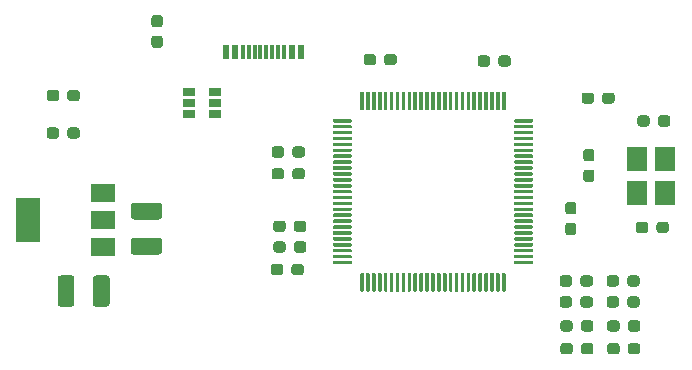
<source format=gbr>
%TF.GenerationSoftware,KiCad,Pcbnew,(5.1.6)-1*%
%TF.CreationDate,2021-03-02T19:52:56+09:00*%
%TF.ProjectId,Keypad4x4,4b657970-6164-4347-9834-2e6b69636164,rev?*%
%TF.SameCoordinates,Original*%
%TF.FileFunction,Paste,Top*%
%TF.FilePolarity,Positive*%
%FSLAX46Y46*%
G04 Gerber Fmt 4.6, Leading zero omitted, Abs format (unit mm)*
G04 Created by KiCad (PCBNEW (5.1.6)-1) date 2021-03-02 19:52:56*
%MOMM*%
%LPD*%
G01*
G04 APERTURE LIST*
%ADD10R,0.300000X1.160000*%
%ADD11R,0.600000X1.160000*%
%ADD12R,2.000000X3.800000*%
%ADD13R,2.000000X1.500000*%
%ADD14R,1.060000X0.650000*%
%ADD15R,1.800000X2.100000*%
G04 APERTURE END LIST*
%TO.C,U2*%
G36*
G01*
X68431000Y3848000D02*
X68431000Y3698000D01*
G75*
G02*
X68356000Y3623000I-75000J0D01*
G01*
X66906000Y3623000D01*
G75*
G02*
X66831000Y3698000I0J75000D01*
G01*
X66831000Y3848000D01*
G75*
G02*
X66906000Y3923000I75000J0D01*
G01*
X68356000Y3923000D01*
G75*
G02*
X68431000Y3848000I0J-75000D01*
G01*
G37*
G36*
G01*
X68431000Y4348000D02*
X68431000Y4198000D01*
G75*
G02*
X68356000Y4123000I-75000J0D01*
G01*
X66906000Y4123000D01*
G75*
G02*
X66831000Y4198000I0J75000D01*
G01*
X66831000Y4348000D01*
G75*
G02*
X66906000Y4423000I75000J0D01*
G01*
X68356000Y4423000D01*
G75*
G02*
X68431000Y4348000I0J-75000D01*
G01*
G37*
G36*
G01*
X68431000Y4848000D02*
X68431000Y4698000D01*
G75*
G02*
X68356000Y4623000I-75000J0D01*
G01*
X66906000Y4623000D01*
G75*
G02*
X66831000Y4698000I0J75000D01*
G01*
X66831000Y4848000D01*
G75*
G02*
X66906000Y4923000I75000J0D01*
G01*
X68356000Y4923000D01*
G75*
G02*
X68431000Y4848000I0J-75000D01*
G01*
G37*
G36*
G01*
X68431000Y5348000D02*
X68431000Y5198000D01*
G75*
G02*
X68356000Y5123000I-75000J0D01*
G01*
X66906000Y5123000D01*
G75*
G02*
X66831000Y5198000I0J75000D01*
G01*
X66831000Y5348000D01*
G75*
G02*
X66906000Y5423000I75000J0D01*
G01*
X68356000Y5423000D01*
G75*
G02*
X68431000Y5348000I0J-75000D01*
G01*
G37*
G36*
G01*
X68431000Y5848000D02*
X68431000Y5698000D01*
G75*
G02*
X68356000Y5623000I-75000J0D01*
G01*
X66906000Y5623000D01*
G75*
G02*
X66831000Y5698000I0J75000D01*
G01*
X66831000Y5848000D01*
G75*
G02*
X66906000Y5923000I75000J0D01*
G01*
X68356000Y5923000D01*
G75*
G02*
X68431000Y5848000I0J-75000D01*
G01*
G37*
G36*
G01*
X68431000Y6348000D02*
X68431000Y6198000D01*
G75*
G02*
X68356000Y6123000I-75000J0D01*
G01*
X66906000Y6123000D01*
G75*
G02*
X66831000Y6198000I0J75000D01*
G01*
X66831000Y6348000D01*
G75*
G02*
X66906000Y6423000I75000J0D01*
G01*
X68356000Y6423000D01*
G75*
G02*
X68431000Y6348000I0J-75000D01*
G01*
G37*
G36*
G01*
X68431000Y6848000D02*
X68431000Y6698000D01*
G75*
G02*
X68356000Y6623000I-75000J0D01*
G01*
X66906000Y6623000D01*
G75*
G02*
X66831000Y6698000I0J75000D01*
G01*
X66831000Y6848000D01*
G75*
G02*
X66906000Y6923000I75000J0D01*
G01*
X68356000Y6923000D01*
G75*
G02*
X68431000Y6848000I0J-75000D01*
G01*
G37*
G36*
G01*
X68431000Y7348000D02*
X68431000Y7198000D01*
G75*
G02*
X68356000Y7123000I-75000J0D01*
G01*
X66906000Y7123000D01*
G75*
G02*
X66831000Y7198000I0J75000D01*
G01*
X66831000Y7348000D01*
G75*
G02*
X66906000Y7423000I75000J0D01*
G01*
X68356000Y7423000D01*
G75*
G02*
X68431000Y7348000I0J-75000D01*
G01*
G37*
G36*
G01*
X68431000Y7848000D02*
X68431000Y7698000D01*
G75*
G02*
X68356000Y7623000I-75000J0D01*
G01*
X66906000Y7623000D01*
G75*
G02*
X66831000Y7698000I0J75000D01*
G01*
X66831000Y7848000D01*
G75*
G02*
X66906000Y7923000I75000J0D01*
G01*
X68356000Y7923000D01*
G75*
G02*
X68431000Y7848000I0J-75000D01*
G01*
G37*
G36*
G01*
X68431000Y8348000D02*
X68431000Y8198000D01*
G75*
G02*
X68356000Y8123000I-75000J0D01*
G01*
X66906000Y8123000D01*
G75*
G02*
X66831000Y8198000I0J75000D01*
G01*
X66831000Y8348000D01*
G75*
G02*
X66906000Y8423000I75000J0D01*
G01*
X68356000Y8423000D01*
G75*
G02*
X68431000Y8348000I0J-75000D01*
G01*
G37*
G36*
G01*
X68431000Y8848000D02*
X68431000Y8698000D01*
G75*
G02*
X68356000Y8623000I-75000J0D01*
G01*
X66906000Y8623000D01*
G75*
G02*
X66831000Y8698000I0J75000D01*
G01*
X66831000Y8848000D01*
G75*
G02*
X66906000Y8923000I75000J0D01*
G01*
X68356000Y8923000D01*
G75*
G02*
X68431000Y8848000I0J-75000D01*
G01*
G37*
G36*
G01*
X68431000Y9348000D02*
X68431000Y9198000D01*
G75*
G02*
X68356000Y9123000I-75000J0D01*
G01*
X66906000Y9123000D01*
G75*
G02*
X66831000Y9198000I0J75000D01*
G01*
X66831000Y9348000D01*
G75*
G02*
X66906000Y9423000I75000J0D01*
G01*
X68356000Y9423000D01*
G75*
G02*
X68431000Y9348000I0J-75000D01*
G01*
G37*
G36*
G01*
X68431000Y9848000D02*
X68431000Y9698000D01*
G75*
G02*
X68356000Y9623000I-75000J0D01*
G01*
X66906000Y9623000D01*
G75*
G02*
X66831000Y9698000I0J75000D01*
G01*
X66831000Y9848000D01*
G75*
G02*
X66906000Y9923000I75000J0D01*
G01*
X68356000Y9923000D01*
G75*
G02*
X68431000Y9848000I0J-75000D01*
G01*
G37*
G36*
G01*
X68431000Y10348000D02*
X68431000Y10198000D01*
G75*
G02*
X68356000Y10123000I-75000J0D01*
G01*
X66906000Y10123000D01*
G75*
G02*
X66831000Y10198000I0J75000D01*
G01*
X66831000Y10348000D01*
G75*
G02*
X66906000Y10423000I75000J0D01*
G01*
X68356000Y10423000D01*
G75*
G02*
X68431000Y10348000I0J-75000D01*
G01*
G37*
G36*
G01*
X68431000Y10848000D02*
X68431000Y10698000D01*
G75*
G02*
X68356000Y10623000I-75000J0D01*
G01*
X66906000Y10623000D01*
G75*
G02*
X66831000Y10698000I0J75000D01*
G01*
X66831000Y10848000D01*
G75*
G02*
X66906000Y10923000I75000J0D01*
G01*
X68356000Y10923000D01*
G75*
G02*
X68431000Y10848000I0J-75000D01*
G01*
G37*
G36*
G01*
X68431000Y11348000D02*
X68431000Y11198000D01*
G75*
G02*
X68356000Y11123000I-75000J0D01*
G01*
X66906000Y11123000D01*
G75*
G02*
X66831000Y11198000I0J75000D01*
G01*
X66831000Y11348000D01*
G75*
G02*
X66906000Y11423000I75000J0D01*
G01*
X68356000Y11423000D01*
G75*
G02*
X68431000Y11348000I0J-75000D01*
G01*
G37*
G36*
G01*
X68431000Y11848000D02*
X68431000Y11698000D01*
G75*
G02*
X68356000Y11623000I-75000J0D01*
G01*
X66906000Y11623000D01*
G75*
G02*
X66831000Y11698000I0J75000D01*
G01*
X66831000Y11848000D01*
G75*
G02*
X66906000Y11923000I75000J0D01*
G01*
X68356000Y11923000D01*
G75*
G02*
X68431000Y11848000I0J-75000D01*
G01*
G37*
G36*
G01*
X68431000Y12348000D02*
X68431000Y12198000D01*
G75*
G02*
X68356000Y12123000I-75000J0D01*
G01*
X66906000Y12123000D01*
G75*
G02*
X66831000Y12198000I0J75000D01*
G01*
X66831000Y12348000D01*
G75*
G02*
X66906000Y12423000I75000J0D01*
G01*
X68356000Y12423000D01*
G75*
G02*
X68431000Y12348000I0J-75000D01*
G01*
G37*
G36*
G01*
X68431000Y12848000D02*
X68431000Y12698000D01*
G75*
G02*
X68356000Y12623000I-75000J0D01*
G01*
X66906000Y12623000D01*
G75*
G02*
X66831000Y12698000I0J75000D01*
G01*
X66831000Y12848000D01*
G75*
G02*
X66906000Y12923000I75000J0D01*
G01*
X68356000Y12923000D01*
G75*
G02*
X68431000Y12848000I0J-75000D01*
G01*
G37*
G36*
G01*
X68431000Y13348000D02*
X68431000Y13198000D01*
G75*
G02*
X68356000Y13123000I-75000J0D01*
G01*
X66906000Y13123000D01*
G75*
G02*
X66831000Y13198000I0J75000D01*
G01*
X66831000Y13348000D01*
G75*
G02*
X66906000Y13423000I75000J0D01*
G01*
X68356000Y13423000D01*
G75*
G02*
X68431000Y13348000I0J-75000D01*
G01*
G37*
G36*
G01*
X68431000Y13848000D02*
X68431000Y13698000D01*
G75*
G02*
X68356000Y13623000I-75000J0D01*
G01*
X66906000Y13623000D01*
G75*
G02*
X66831000Y13698000I0J75000D01*
G01*
X66831000Y13848000D01*
G75*
G02*
X66906000Y13923000I75000J0D01*
G01*
X68356000Y13923000D01*
G75*
G02*
X68431000Y13848000I0J-75000D01*
G01*
G37*
G36*
G01*
X68431000Y14348000D02*
X68431000Y14198000D01*
G75*
G02*
X68356000Y14123000I-75000J0D01*
G01*
X66906000Y14123000D01*
G75*
G02*
X66831000Y14198000I0J75000D01*
G01*
X66831000Y14348000D01*
G75*
G02*
X66906000Y14423000I75000J0D01*
G01*
X68356000Y14423000D01*
G75*
G02*
X68431000Y14348000I0J-75000D01*
G01*
G37*
G36*
G01*
X68431000Y14848000D02*
X68431000Y14698000D01*
G75*
G02*
X68356000Y14623000I-75000J0D01*
G01*
X66906000Y14623000D01*
G75*
G02*
X66831000Y14698000I0J75000D01*
G01*
X66831000Y14848000D01*
G75*
G02*
X66906000Y14923000I75000J0D01*
G01*
X68356000Y14923000D01*
G75*
G02*
X68431000Y14848000I0J-75000D01*
G01*
G37*
G36*
G01*
X68431000Y15348000D02*
X68431000Y15198000D01*
G75*
G02*
X68356000Y15123000I-75000J0D01*
G01*
X66906000Y15123000D01*
G75*
G02*
X66831000Y15198000I0J75000D01*
G01*
X66831000Y15348000D01*
G75*
G02*
X66906000Y15423000I75000J0D01*
G01*
X68356000Y15423000D01*
G75*
G02*
X68431000Y15348000I0J-75000D01*
G01*
G37*
G36*
G01*
X68431000Y15848000D02*
X68431000Y15698000D01*
G75*
G02*
X68356000Y15623000I-75000J0D01*
G01*
X66906000Y15623000D01*
G75*
G02*
X66831000Y15698000I0J75000D01*
G01*
X66831000Y15848000D01*
G75*
G02*
X66906000Y15923000I75000J0D01*
G01*
X68356000Y15923000D01*
G75*
G02*
X68431000Y15848000I0J-75000D01*
G01*
G37*
G36*
G01*
X66106000Y18173000D02*
X66106000Y16723000D01*
G75*
G02*
X66031000Y16648000I-75000J0D01*
G01*
X65881000Y16648000D01*
G75*
G02*
X65806000Y16723000I0J75000D01*
G01*
X65806000Y18173000D01*
G75*
G02*
X65881000Y18248000I75000J0D01*
G01*
X66031000Y18248000D01*
G75*
G02*
X66106000Y18173000I0J-75000D01*
G01*
G37*
G36*
G01*
X65606000Y18173000D02*
X65606000Y16723000D01*
G75*
G02*
X65531000Y16648000I-75000J0D01*
G01*
X65381000Y16648000D01*
G75*
G02*
X65306000Y16723000I0J75000D01*
G01*
X65306000Y18173000D01*
G75*
G02*
X65381000Y18248000I75000J0D01*
G01*
X65531000Y18248000D01*
G75*
G02*
X65606000Y18173000I0J-75000D01*
G01*
G37*
G36*
G01*
X65106000Y18173000D02*
X65106000Y16723000D01*
G75*
G02*
X65031000Y16648000I-75000J0D01*
G01*
X64881000Y16648000D01*
G75*
G02*
X64806000Y16723000I0J75000D01*
G01*
X64806000Y18173000D01*
G75*
G02*
X64881000Y18248000I75000J0D01*
G01*
X65031000Y18248000D01*
G75*
G02*
X65106000Y18173000I0J-75000D01*
G01*
G37*
G36*
G01*
X64606000Y18173000D02*
X64606000Y16723000D01*
G75*
G02*
X64531000Y16648000I-75000J0D01*
G01*
X64381000Y16648000D01*
G75*
G02*
X64306000Y16723000I0J75000D01*
G01*
X64306000Y18173000D01*
G75*
G02*
X64381000Y18248000I75000J0D01*
G01*
X64531000Y18248000D01*
G75*
G02*
X64606000Y18173000I0J-75000D01*
G01*
G37*
G36*
G01*
X64106000Y18173000D02*
X64106000Y16723000D01*
G75*
G02*
X64031000Y16648000I-75000J0D01*
G01*
X63881000Y16648000D01*
G75*
G02*
X63806000Y16723000I0J75000D01*
G01*
X63806000Y18173000D01*
G75*
G02*
X63881000Y18248000I75000J0D01*
G01*
X64031000Y18248000D01*
G75*
G02*
X64106000Y18173000I0J-75000D01*
G01*
G37*
G36*
G01*
X63606000Y18173000D02*
X63606000Y16723000D01*
G75*
G02*
X63531000Y16648000I-75000J0D01*
G01*
X63381000Y16648000D01*
G75*
G02*
X63306000Y16723000I0J75000D01*
G01*
X63306000Y18173000D01*
G75*
G02*
X63381000Y18248000I75000J0D01*
G01*
X63531000Y18248000D01*
G75*
G02*
X63606000Y18173000I0J-75000D01*
G01*
G37*
G36*
G01*
X63106000Y18173000D02*
X63106000Y16723000D01*
G75*
G02*
X63031000Y16648000I-75000J0D01*
G01*
X62881000Y16648000D01*
G75*
G02*
X62806000Y16723000I0J75000D01*
G01*
X62806000Y18173000D01*
G75*
G02*
X62881000Y18248000I75000J0D01*
G01*
X63031000Y18248000D01*
G75*
G02*
X63106000Y18173000I0J-75000D01*
G01*
G37*
G36*
G01*
X62606000Y18173000D02*
X62606000Y16723000D01*
G75*
G02*
X62531000Y16648000I-75000J0D01*
G01*
X62381000Y16648000D01*
G75*
G02*
X62306000Y16723000I0J75000D01*
G01*
X62306000Y18173000D01*
G75*
G02*
X62381000Y18248000I75000J0D01*
G01*
X62531000Y18248000D01*
G75*
G02*
X62606000Y18173000I0J-75000D01*
G01*
G37*
G36*
G01*
X62106000Y18173000D02*
X62106000Y16723000D01*
G75*
G02*
X62031000Y16648000I-75000J0D01*
G01*
X61881000Y16648000D01*
G75*
G02*
X61806000Y16723000I0J75000D01*
G01*
X61806000Y18173000D01*
G75*
G02*
X61881000Y18248000I75000J0D01*
G01*
X62031000Y18248000D01*
G75*
G02*
X62106000Y18173000I0J-75000D01*
G01*
G37*
G36*
G01*
X61606000Y18173000D02*
X61606000Y16723000D01*
G75*
G02*
X61531000Y16648000I-75000J0D01*
G01*
X61381000Y16648000D01*
G75*
G02*
X61306000Y16723000I0J75000D01*
G01*
X61306000Y18173000D01*
G75*
G02*
X61381000Y18248000I75000J0D01*
G01*
X61531000Y18248000D01*
G75*
G02*
X61606000Y18173000I0J-75000D01*
G01*
G37*
G36*
G01*
X61106000Y18173000D02*
X61106000Y16723000D01*
G75*
G02*
X61031000Y16648000I-75000J0D01*
G01*
X60881000Y16648000D01*
G75*
G02*
X60806000Y16723000I0J75000D01*
G01*
X60806000Y18173000D01*
G75*
G02*
X60881000Y18248000I75000J0D01*
G01*
X61031000Y18248000D01*
G75*
G02*
X61106000Y18173000I0J-75000D01*
G01*
G37*
G36*
G01*
X60606000Y18173000D02*
X60606000Y16723000D01*
G75*
G02*
X60531000Y16648000I-75000J0D01*
G01*
X60381000Y16648000D01*
G75*
G02*
X60306000Y16723000I0J75000D01*
G01*
X60306000Y18173000D01*
G75*
G02*
X60381000Y18248000I75000J0D01*
G01*
X60531000Y18248000D01*
G75*
G02*
X60606000Y18173000I0J-75000D01*
G01*
G37*
G36*
G01*
X60106000Y18173000D02*
X60106000Y16723000D01*
G75*
G02*
X60031000Y16648000I-75000J0D01*
G01*
X59881000Y16648000D01*
G75*
G02*
X59806000Y16723000I0J75000D01*
G01*
X59806000Y18173000D01*
G75*
G02*
X59881000Y18248000I75000J0D01*
G01*
X60031000Y18248000D01*
G75*
G02*
X60106000Y18173000I0J-75000D01*
G01*
G37*
G36*
G01*
X59606000Y18173000D02*
X59606000Y16723000D01*
G75*
G02*
X59531000Y16648000I-75000J0D01*
G01*
X59381000Y16648000D01*
G75*
G02*
X59306000Y16723000I0J75000D01*
G01*
X59306000Y18173000D01*
G75*
G02*
X59381000Y18248000I75000J0D01*
G01*
X59531000Y18248000D01*
G75*
G02*
X59606000Y18173000I0J-75000D01*
G01*
G37*
G36*
G01*
X59106000Y18173000D02*
X59106000Y16723000D01*
G75*
G02*
X59031000Y16648000I-75000J0D01*
G01*
X58881000Y16648000D01*
G75*
G02*
X58806000Y16723000I0J75000D01*
G01*
X58806000Y18173000D01*
G75*
G02*
X58881000Y18248000I75000J0D01*
G01*
X59031000Y18248000D01*
G75*
G02*
X59106000Y18173000I0J-75000D01*
G01*
G37*
G36*
G01*
X58606000Y18173000D02*
X58606000Y16723000D01*
G75*
G02*
X58531000Y16648000I-75000J0D01*
G01*
X58381000Y16648000D01*
G75*
G02*
X58306000Y16723000I0J75000D01*
G01*
X58306000Y18173000D01*
G75*
G02*
X58381000Y18248000I75000J0D01*
G01*
X58531000Y18248000D01*
G75*
G02*
X58606000Y18173000I0J-75000D01*
G01*
G37*
G36*
G01*
X58106000Y18173000D02*
X58106000Y16723000D01*
G75*
G02*
X58031000Y16648000I-75000J0D01*
G01*
X57881000Y16648000D01*
G75*
G02*
X57806000Y16723000I0J75000D01*
G01*
X57806000Y18173000D01*
G75*
G02*
X57881000Y18248000I75000J0D01*
G01*
X58031000Y18248000D01*
G75*
G02*
X58106000Y18173000I0J-75000D01*
G01*
G37*
G36*
G01*
X57606000Y18173000D02*
X57606000Y16723000D01*
G75*
G02*
X57531000Y16648000I-75000J0D01*
G01*
X57381000Y16648000D01*
G75*
G02*
X57306000Y16723000I0J75000D01*
G01*
X57306000Y18173000D01*
G75*
G02*
X57381000Y18248000I75000J0D01*
G01*
X57531000Y18248000D01*
G75*
G02*
X57606000Y18173000I0J-75000D01*
G01*
G37*
G36*
G01*
X57106000Y18173000D02*
X57106000Y16723000D01*
G75*
G02*
X57031000Y16648000I-75000J0D01*
G01*
X56881000Y16648000D01*
G75*
G02*
X56806000Y16723000I0J75000D01*
G01*
X56806000Y18173000D01*
G75*
G02*
X56881000Y18248000I75000J0D01*
G01*
X57031000Y18248000D01*
G75*
G02*
X57106000Y18173000I0J-75000D01*
G01*
G37*
G36*
G01*
X56606000Y18173000D02*
X56606000Y16723000D01*
G75*
G02*
X56531000Y16648000I-75000J0D01*
G01*
X56381000Y16648000D01*
G75*
G02*
X56306000Y16723000I0J75000D01*
G01*
X56306000Y18173000D01*
G75*
G02*
X56381000Y18248000I75000J0D01*
G01*
X56531000Y18248000D01*
G75*
G02*
X56606000Y18173000I0J-75000D01*
G01*
G37*
G36*
G01*
X56106000Y18173000D02*
X56106000Y16723000D01*
G75*
G02*
X56031000Y16648000I-75000J0D01*
G01*
X55881000Y16648000D01*
G75*
G02*
X55806000Y16723000I0J75000D01*
G01*
X55806000Y18173000D01*
G75*
G02*
X55881000Y18248000I75000J0D01*
G01*
X56031000Y18248000D01*
G75*
G02*
X56106000Y18173000I0J-75000D01*
G01*
G37*
G36*
G01*
X55606000Y18173000D02*
X55606000Y16723000D01*
G75*
G02*
X55531000Y16648000I-75000J0D01*
G01*
X55381000Y16648000D01*
G75*
G02*
X55306000Y16723000I0J75000D01*
G01*
X55306000Y18173000D01*
G75*
G02*
X55381000Y18248000I75000J0D01*
G01*
X55531000Y18248000D01*
G75*
G02*
X55606000Y18173000I0J-75000D01*
G01*
G37*
G36*
G01*
X55106000Y18173000D02*
X55106000Y16723000D01*
G75*
G02*
X55031000Y16648000I-75000J0D01*
G01*
X54881000Y16648000D01*
G75*
G02*
X54806000Y16723000I0J75000D01*
G01*
X54806000Y18173000D01*
G75*
G02*
X54881000Y18248000I75000J0D01*
G01*
X55031000Y18248000D01*
G75*
G02*
X55106000Y18173000I0J-75000D01*
G01*
G37*
G36*
G01*
X54606000Y18173000D02*
X54606000Y16723000D01*
G75*
G02*
X54531000Y16648000I-75000J0D01*
G01*
X54381000Y16648000D01*
G75*
G02*
X54306000Y16723000I0J75000D01*
G01*
X54306000Y18173000D01*
G75*
G02*
X54381000Y18248000I75000J0D01*
G01*
X54531000Y18248000D01*
G75*
G02*
X54606000Y18173000I0J-75000D01*
G01*
G37*
G36*
G01*
X54106000Y18173000D02*
X54106000Y16723000D01*
G75*
G02*
X54031000Y16648000I-75000J0D01*
G01*
X53881000Y16648000D01*
G75*
G02*
X53806000Y16723000I0J75000D01*
G01*
X53806000Y18173000D01*
G75*
G02*
X53881000Y18248000I75000J0D01*
G01*
X54031000Y18248000D01*
G75*
G02*
X54106000Y18173000I0J-75000D01*
G01*
G37*
G36*
G01*
X53081000Y15848000D02*
X53081000Y15698000D01*
G75*
G02*
X53006000Y15623000I-75000J0D01*
G01*
X51556000Y15623000D01*
G75*
G02*
X51481000Y15698000I0J75000D01*
G01*
X51481000Y15848000D01*
G75*
G02*
X51556000Y15923000I75000J0D01*
G01*
X53006000Y15923000D01*
G75*
G02*
X53081000Y15848000I0J-75000D01*
G01*
G37*
G36*
G01*
X53081000Y15348000D02*
X53081000Y15198000D01*
G75*
G02*
X53006000Y15123000I-75000J0D01*
G01*
X51556000Y15123000D01*
G75*
G02*
X51481000Y15198000I0J75000D01*
G01*
X51481000Y15348000D01*
G75*
G02*
X51556000Y15423000I75000J0D01*
G01*
X53006000Y15423000D01*
G75*
G02*
X53081000Y15348000I0J-75000D01*
G01*
G37*
G36*
G01*
X53081000Y14848000D02*
X53081000Y14698000D01*
G75*
G02*
X53006000Y14623000I-75000J0D01*
G01*
X51556000Y14623000D01*
G75*
G02*
X51481000Y14698000I0J75000D01*
G01*
X51481000Y14848000D01*
G75*
G02*
X51556000Y14923000I75000J0D01*
G01*
X53006000Y14923000D01*
G75*
G02*
X53081000Y14848000I0J-75000D01*
G01*
G37*
G36*
G01*
X53081000Y14348000D02*
X53081000Y14198000D01*
G75*
G02*
X53006000Y14123000I-75000J0D01*
G01*
X51556000Y14123000D01*
G75*
G02*
X51481000Y14198000I0J75000D01*
G01*
X51481000Y14348000D01*
G75*
G02*
X51556000Y14423000I75000J0D01*
G01*
X53006000Y14423000D01*
G75*
G02*
X53081000Y14348000I0J-75000D01*
G01*
G37*
G36*
G01*
X53081000Y13848000D02*
X53081000Y13698000D01*
G75*
G02*
X53006000Y13623000I-75000J0D01*
G01*
X51556000Y13623000D01*
G75*
G02*
X51481000Y13698000I0J75000D01*
G01*
X51481000Y13848000D01*
G75*
G02*
X51556000Y13923000I75000J0D01*
G01*
X53006000Y13923000D01*
G75*
G02*
X53081000Y13848000I0J-75000D01*
G01*
G37*
G36*
G01*
X53081000Y13348000D02*
X53081000Y13198000D01*
G75*
G02*
X53006000Y13123000I-75000J0D01*
G01*
X51556000Y13123000D01*
G75*
G02*
X51481000Y13198000I0J75000D01*
G01*
X51481000Y13348000D01*
G75*
G02*
X51556000Y13423000I75000J0D01*
G01*
X53006000Y13423000D01*
G75*
G02*
X53081000Y13348000I0J-75000D01*
G01*
G37*
G36*
G01*
X53081000Y12848000D02*
X53081000Y12698000D01*
G75*
G02*
X53006000Y12623000I-75000J0D01*
G01*
X51556000Y12623000D01*
G75*
G02*
X51481000Y12698000I0J75000D01*
G01*
X51481000Y12848000D01*
G75*
G02*
X51556000Y12923000I75000J0D01*
G01*
X53006000Y12923000D01*
G75*
G02*
X53081000Y12848000I0J-75000D01*
G01*
G37*
G36*
G01*
X53081000Y12348000D02*
X53081000Y12198000D01*
G75*
G02*
X53006000Y12123000I-75000J0D01*
G01*
X51556000Y12123000D01*
G75*
G02*
X51481000Y12198000I0J75000D01*
G01*
X51481000Y12348000D01*
G75*
G02*
X51556000Y12423000I75000J0D01*
G01*
X53006000Y12423000D01*
G75*
G02*
X53081000Y12348000I0J-75000D01*
G01*
G37*
G36*
G01*
X53081000Y11848000D02*
X53081000Y11698000D01*
G75*
G02*
X53006000Y11623000I-75000J0D01*
G01*
X51556000Y11623000D01*
G75*
G02*
X51481000Y11698000I0J75000D01*
G01*
X51481000Y11848000D01*
G75*
G02*
X51556000Y11923000I75000J0D01*
G01*
X53006000Y11923000D01*
G75*
G02*
X53081000Y11848000I0J-75000D01*
G01*
G37*
G36*
G01*
X53081000Y11348000D02*
X53081000Y11198000D01*
G75*
G02*
X53006000Y11123000I-75000J0D01*
G01*
X51556000Y11123000D01*
G75*
G02*
X51481000Y11198000I0J75000D01*
G01*
X51481000Y11348000D01*
G75*
G02*
X51556000Y11423000I75000J0D01*
G01*
X53006000Y11423000D01*
G75*
G02*
X53081000Y11348000I0J-75000D01*
G01*
G37*
G36*
G01*
X53081000Y10848000D02*
X53081000Y10698000D01*
G75*
G02*
X53006000Y10623000I-75000J0D01*
G01*
X51556000Y10623000D01*
G75*
G02*
X51481000Y10698000I0J75000D01*
G01*
X51481000Y10848000D01*
G75*
G02*
X51556000Y10923000I75000J0D01*
G01*
X53006000Y10923000D01*
G75*
G02*
X53081000Y10848000I0J-75000D01*
G01*
G37*
G36*
G01*
X53081000Y10348000D02*
X53081000Y10198000D01*
G75*
G02*
X53006000Y10123000I-75000J0D01*
G01*
X51556000Y10123000D01*
G75*
G02*
X51481000Y10198000I0J75000D01*
G01*
X51481000Y10348000D01*
G75*
G02*
X51556000Y10423000I75000J0D01*
G01*
X53006000Y10423000D01*
G75*
G02*
X53081000Y10348000I0J-75000D01*
G01*
G37*
G36*
G01*
X53081000Y9848000D02*
X53081000Y9698000D01*
G75*
G02*
X53006000Y9623000I-75000J0D01*
G01*
X51556000Y9623000D01*
G75*
G02*
X51481000Y9698000I0J75000D01*
G01*
X51481000Y9848000D01*
G75*
G02*
X51556000Y9923000I75000J0D01*
G01*
X53006000Y9923000D01*
G75*
G02*
X53081000Y9848000I0J-75000D01*
G01*
G37*
G36*
G01*
X53081000Y9348000D02*
X53081000Y9198000D01*
G75*
G02*
X53006000Y9123000I-75000J0D01*
G01*
X51556000Y9123000D01*
G75*
G02*
X51481000Y9198000I0J75000D01*
G01*
X51481000Y9348000D01*
G75*
G02*
X51556000Y9423000I75000J0D01*
G01*
X53006000Y9423000D01*
G75*
G02*
X53081000Y9348000I0J-75000D01*
G01*
G37*
G36*
G01*
X53081000Y8848000D02*
X53081000Y8698000D01*
G75*
G02*
X53006000Y8623000I-75000J0D01*
G01*
X51556000Y8623000D01*
G75*
G02*
X51481000Y8698000I0J75000D01*
G01*
X51481000Y8848000D01*
G75*
G02*
X51556000Y8923000I75000J0D01*
G01*
X53006000Y8923000D01*
G75*
G02*
X53081000Y8848000I0J-75000D01*
G01*
G37*
G36*
G01*
X53081000Y8348000D02*
X53081000Y8198000D01*
G75*
G02*
X53006000Y8123000I-75000J0D01*
G01*
X51556000Y8123000D01*
G75*
G02*
X51481000Y8198000I0J75000D01*
G01*
X51481000Y8348000D01*
G75*
G02*
X51556000Y8423000I75000J0D01*
G01*
X53006000Y8423000D01*
G75*
G02*
X53081000Y8348000I0J-75000D01*
G01*
G37*
G36*
G01*
X53081000Y7848000D02*
X53081000Y7698000D01*
G75*
G02*
X53006000Y7623000I-75000J0D01*
G01*
X51556000Y7623000D01*
G75*
G02*
X51481000Y7698000I0J75000D01*
G01*
X51481000Y7848000D01*
G75*
G02*
X51556000Y7923000I75000J0D01*
G01*
X53006000Y7923000D01*
G75*
G02*
X53081000Y7848000I0J-75000D01*
G01*
G37*
G36*
G01*
X53081000Y7348000D02*
X53081000Y7198000D01*
G75*
G02*
X53006000Y7123000I-75000J0D01*
G01*
X51556000Y7123000D01*
G75*
G02*
X51481000Y7198000I0J75000D01*
G01*
X51481000Y7348000D01*
G75*
G02*
X51556000Y7423000I75000J0D01*
G01*
X53006000Y7423000D01*
G75*
G02*
X53081000Y7348000I0J-75000D01*
G01*
G37*
G36*
G01*
X53081000Y6848000D02*
X53081000Y6698000D01*
G75*
G02*
X53006000Y6623000I-75000J0D01*
G01*
X51556000Y6623000D01*
G75*
G02*
X51481000Y6698000I0J75000D01*
G01*
X51481000Y6848000D01*
G75*
G02*
X51556000Y6923000I75000J0D01*
G01*
X53006000Y6923000D01*
G75*
G02*
X53081000Y6848000I0J-75000D01*
G01*
G37*
G36*
G01*
X53081000Y6348000D02*
X53081000Y6198000D01*
G75*
G02*
X53006000Y6123000I-75000J0D01*
G01*
X51556000Y6123000D01*
G75*
G02*
X51481000Y6198000I0J75000D01*
G01*
X51481000Y6348000D01*
G75*
G02*
X51556000Y6423000I75000J0D01*
G01*
X53006000Y6423000D01*
G75*
G02*
X53081000Y6348000I0J-75000D01*
G01*
G37*
G36*
G01*
X53081000Y5848000D02*
X53081000Y5698000D01*
G75*
G02*
X53006000Y5623000I-75000J0D01*
G01*
X51556000Y5623000D01*
G75*
G02*
X51481000Y5698000I0J75000D01*
G01*
X51481000Y5848000D01*
G75*
G02*
X51556000Y5923000I75000J0D01*
G01*
X53006000Y5923000D01*
G75*
G02*
X53081000Y5848000I0J-75000D01*
G01*
G37*
G36*
G01*
X53081000Y5348000D02*
X53081000Y5198000D01*
G75*
G02*
X53006000Y5123000I-75000J0D01*
G01*
X51556000Y5123000D01*
G75*
G02*
X51481000Y5198000I0J75000D01*
G01*
X51481000Y5348000D01*
G75*
G02*
X51556000Y5423000I75000J0D01*
G01*
X53006000Y5423000D01*
G75*
G02*
X53081000Y5348000I0J-75000D01*
G01*
G37*
G36*
G01*
X53081000Y4848000D02*
X53081000Y4698000D01*
G75*
G02*
X53006000Y4623000I-75000J0D01*
G01*
X51556000Y4623000D01*
G75*
G02*
X51481000Y4698000I0J75000D01*
G01*
X51481000Y4848000D01*
G75*
G02*
X51556000Y4923000I75000J0D01*
G01*
X53006000Y4923000D01*
G75*
G02*
X53081000Y4848000I0J-75000D01*
G01*
G37*
G36*
G01*
X53081000Y4348000D02*
X53081000Y4198000D01*
G75*
G02*
X53006000Y4123000I-75000J0D01*
G01*
X51556000Y4123000D01*
G75*
G02*
X51481000Y4198000I0J75000D01*
G01*
X51481000Y4348000D01*
G75*
G02*
X51556000Y4423000I75000J0D01*
G01*
X53006000Y4423000D01*
G75*
G02*
X53081000Y4348000I0J-75000D01*
G01*
G37*
G36*
G01*
X53081000Y3848000D02*
X53081000Y3698000D01*
G75*
G02*
X53006000Y3623000I-75000J0D01*
G01*
X51556000Y3623000D01*
G75*
G02*
X51481000Y3698000I0J75000D01*
G01*
X51481000Y3848000D01*
G75*
G02*
X51556000Y3923000I75000J0D01*
G01*
X53006000Y3923000D01*
G75*
G02*
X53081000Y3848000I0J-75000D01*
G01*
G37*
G36*
G01*
X54106000Y2823000D02*
X54106000Y1373000D01*
G75*
G02*
X54031000Y1298000I-75000J0D01*
G01*
X53881000Y1298000D01*
G75*
G02*
X53806000Y1373000I0J75000D01*
G01*
X53806000Y2823000D01*
G75*
G02*
X53881000Y2898000I75000J0D01*
G01*
X54031000Y2898000D01*
G75*
G02*
X54106000Y2823000I0J-75000D01*
G01*
G37*
G36*
G01*
X54606000Y2823000D02*
X54606000Y1373000D01*
G75*
G02*
X54531000Y1298000I-75000J0D01*
G01*
X54381000Y1298000D01*
G75*
G02*
X54306000Y1373000I0J75000D01*
G01*
X54306000Y2823000D01*
G75*
G02*
X54381000Y2898000I75000J0D01*
G01*
X54531000Y2898000D01*
G75*
G02*
X54606000Y2823000I0J-75000D01*
G01*
G37*
G36*
G01*
X55106000Y2823000D02*
X55106000Y1373000D01*
G75*
G02*
X55031000Y1298000I-75000J0D01*
G01*
X54881000Y1298000D01*
G75*
G02*
X54806000Y1373000I0J75000D01*
G01*
X54806000Y2823000D01*
G75*
G02*
X54881000Y2898000I75000J0D01*
G01*
X55031000Y2898000D01*
G75*
G02*
X55106000Y2823000I0J-75000D01*
G01*
G37*
G36*
G01*
X55606000Y2823000D02*
X55606000Y1373000D01*
G75*
G02*
X55531000Y1298000I-75000J0D01*
G01*
X55381000Y1298000D01*
G75*
G02*
X55306000Y1373000I0J75000D01*
G01*
X55306000Y2823000D01*
G75*
G02*
X55381000Y2898000I75000J0D01*
G01*
X55531000Y2898000D01*
G75*
G02*
X55606000Y2823000I0J-75000D01*
G01*
G37*
G36*
G01*
X56106000Y2823000D02*
X56106000Y1373000D01*
G75*
G02*
X56031000Y1298000I-75000J0D01*
G01*
X55881000Y1298000D01*
G75*
G02*
X55806000Y1373000I0J75000D01*
G01*
X55806000Y2823000D01*
G75*
G02*
X55881000Y2898000I75000J0D01*
G01*
X56031000Y2898000D01*
G75*
G02*
X56106000Y2823000I0J-75000D01*
G01*
G37*
G36*
G01*
X56606000Y2823000D02*
X56606000Y1373000D01*
G75*
G02*
X56531000Y1298000I-75000J0D01*
G01*
X56381000Y1298000D01*
G75*
G02*
X56306000Y1373000I0J75000D01*
G01*
X56306000Y2823000D01*
G75*
G02*
X56381000Y2898000I75000J0D01*
G01*
X56531000Y2898000D01*
G75*
G02*
X56606000Y2823000I0J-75000D01*
G01*
G37*
G36*
G01*
X57106000Y2823000D02*
X57106000Y1373000D01*
G75*
G02*
X57031000Y1298000I-75000J0D01*
G01*
X56881000Y1298000D01*
G75*
G02*
X56806000Y1373000I0J75000D01*
G01*
X56806000Y2823000D01*
G75*
G02*
X56881000Y2898000I75000J0D01*
G01*
X57031000Y2898000D01*
G75*
G02*
X57106000Y2823000I0J-75000D01*
G01*
G37*
G36*
G01*
X57606000Y2823000D02*
X57606000Y1373000D01*
G75*
G02*
X57531000Y1298000I-75000J0D01*
G01*
X57381000Y1298000D01*
G75*
G02*
X57306000Y1373000I0J75000D01*
G01*
X57306000Y2823000D01*
G75*
G02*
X57381000Y2898000I75000J0D01*
G01*
X57531000Y2898000D01*
G75*
G02*
X57606000Y2823000I0J-75000D01*
G01*
G37*
G36*
G01*
X58106000Y2823000D02*
X58106000Y1373000D01*
G75*
G02*
X58031000Y1298000I-75000J0D01*
G01*
X57881000Y1298000D01*
G75*
G02*
X57806000Y1373000I0J75000D01*
G01*
X57806000Y2823000D01*
G75*
G02*
X57881000Y2898000I75000J0D01*
G01*
X58031000Y2898000D01*
G75*
G02*
X58106000Y2823000I0J-75000D01*
G01*
G37*
G36*
G01*
X58606000Y2823000D02*
X58606000Y1373000D01*
G75*
G02*
X58531000Y1298000I-75000J0D01*
G01*
X58381000Y1298000D01*
G75*
G02*
X58306000Y1373000I0J75000D01*
G01*
X58306000Y2823000D01*
G75*
G02*
X58381000Y2898000I75000J0D01*
G01*
X58531000Y2898000D01*
G75*
G02*
X58606000Y2823000I0J-75000D01*
G01*
G37*
G36*
G01*
X59106000Y2823000D02*
X59106000Y1373000D01*
G75*
G02*
X59031000Y1298000I-75000J0D01*
G01*
X58881000Y1298000D01*
G75*
G02*
X58806000Y1373000I0J75000D01*
G01*
X58806000Y2823000D01*
G75*
G02*
X58881000Y2898000I75000J0D01*
G01*
X59031000Y2898000D01*
G75*
G02*
X59106000Y2823000I0J-75000D01*
G01*
G37*
G36*
G01*
X59606000Y2823000D02*
X59606000Y1373000D01*
G75*
G02*
X59531000Y1298000I-75000J0D01*
G01*
X59381000Y1298000D01*
G75*
G02*
X59306000Y1373000I0J75000D01*
G01*
X59306000Y2823000D01*
G75*
G02*
X59381000Y2898000I75000J0D01*
G01*
X59531000Y2898000D01*
G75*
G02*
X59606000Y2823000I0J-75000D01*
G01*
G37*
G36*
G01*
X60106000Y2823000D02*
X60106000Y1373000D01*
G75*
G02*
X60031000Y1298000I-75000J0D01*
G01*
X59881000Y1298000D01*
G75*
G02*
X59806000Y1373000I0J75000D01*
G01*
X59806000Y2823000D01*
G75*
G02*
X59881000Y2898000I75000J0D01*
G01*
X60031000Y2898000D01*
G75*
G02*
X60106000Y2823000I0J-75000D01*
G01*
G37*
G36*
G01*
X60606000Y2823000D02*
X60606000Y1373000D01*
G75*
G02*
X60531000Y1298000I-75000J0D01*
G01*
X60381000Y1298000D01*
G75*
G02*
X60306000Y1373000I0J75000D01*
G01*
X60306000Y2823000D01*
G75*
G02*
X60381000Y2898000I75000J0D01*
G01*
X60531000Y2898000D01*
G75*
G02*
X60606000Y2823000I0J-75000D01*
G01*
G37*
G36*
G01*
X61106000Y2823000D02*
X61106000Y1373000D01*
G75*
G02*
X61031000Y1298000I-75000J0D01*
G01*
X60881000Y1298000D01*
G75*
G02*
X60806000Y1373000I0J75000D01*
G01*
X60806000Y2823000D01*
G75*
G02*
X60881000Y2898000I75000J0D01*
G01*
X61031000Y2898000D01*
G75*
G02*
X61106000Y2823000I0J-75000D01*
G01*
G37*
G36*
G01*
X61606000Y2823000D02*
X61606000Y1373000D01*
G75*
G02*
X61531000Y1298000I-75000J0D01*
G01*
X61381000Y1298000D01*
G75*
G02*
X61306000Y1373000I0J75000D01*
G01*
X61306000Y2823000D01*
G75*
G02*
X61381000Y2898000I75000J0D01*
G01*
X61531000Y2898000D01*
G75*
G02*
X61606000Y2823000I0J-75000D01*
G01*
G37*
G36*
G01*
X62106000Y2823000D02*
X62106000Y1373000D01*
G75*
G02*
X62031000Y1298000I-75000J0D01*
G01*
X61881000Y1298000D01*
G75*
G02*
X61806000Y1373000I0J75000D01*
G01*
X61806000Y2823000D01*
G75*
G02*
X61881000Y2898000I75000J0D01*
G01*
X62031000Y2898000D01*
G75*
G02*
X62106000Y2823000I0J-75000D01*
G01*
G37*
G36*
G01*
X62606000Y2823000D02*
X62606000Y1373000D01*
G75*
G02*
X62531000Y1298000I-75000J0D01*
G01*
X62381000Y1298000D01*
G75*
G02*
X62306000Y1373000I0J75000D01*
G01*
X62306000Y2823000D01*
G75*
G02*
X62381000Y2898000I75000J0D01*
G01*
X62531000Y2898000D01*
G75*
G02*
X62606000Y2823000I0J-75000D01*
G01*
G37*
G36*
G01*
X63106000Y2823000D02*
X63106000Y1373000D01*
G75*
G02*
X63031000Y1298000I-75000J0D01*
G01*
X62881000Y1298000D01*
G75*
G02*
X62806000Y1373000I0J75000D01*
G01*
X62806000Y2823000D01*
G75*
G02*
X62881000Y2898000I75000J0D01*
G01*
X63031000Y2898000D01*
G75*
G02*
X63106000Y2823000I0J-75000D01*
G01*
G37*
G36*
G01*
X63606000Y2823000D02*
X63606000Y1373000D01*
G75*
G02*
X63531000Y1298000I-75000J0D01*
G01*
X63381000Y1298000D01*
G75*
G02*
X63306000Y1373000I0J75000D01*
G01*
X63306000Y2823000D01*
G75*
G02*
X63381000Y2898000I75000J0D01*
G01*
X63531000Y2898000D01*
G75*
G02*
X63606000Y2823000I0J-75000D01*
G01*
G37*
G36*
G01*
X64106000Y2823000D02*
X64106000Y1373000D01*
G75*
G02*
X64031000Y1298000I-75000J0D01*
G01*
X63881000Y1298000D01*
G75*
G02*
X63806000Y1373000I0J75000D01*
G01*
X63806000Y2823000D01*
G75*
G02*
X63881000Y2898000I75000J0D01*
G01*
X64031000Y2898000D01*
G75*
G02*
X64106000Y2823000I0J-75000D01*
G01*
G37*
G36*
G01*
X64606000Y2823000D02*
X64606000Y1373000D01*
G75*
G02*
X64531000Y1298000I-75000J0D01*
G01*
X64381000Y1298000D01*
G75*
G02*
X64306000Y1373000I0J75000D01*
G01*
X64306000Y2823000D01*
G75*
G02*
X64381000Y2898000I75000J0D01*
G01*
X64531000Y2898000D01*
G75*
G02*
X64606000Y2823000I0J-75000D01*
G01*
G37*
G36*
G01*
X65106000Y2823000D02*
X65106000Y1373000D01*
G75*
G02*
X65031000Y1298000I-75000J0D01*
G01*
X64881000Y1298000D01*
G75*
G02*
X64806000Y1373000I0J75000D01*
G01*
X64806000Y2823000D01*
G75*
G02*
X64881000Y2898000I75000J0D01*
G01*
X65031000Y2898000D01*
G75*
G02*
X65106000Y2823000I0J-75000D01*
G01*
G37*
G36*
G01*
X65606000Y2823000D02*
X65606000Y1373000D01*
G75*
G02*
X65531000Y1298000I-75000J0D01*
G01*
X65381000Y1298000D01*
G75*
G02*
X65306000Y1373000I0J75000D01*
G01*
X65306000Y2823000D01*
G75*
G02*
X65381000Y2898000I75000J0D01*
G01*
X65531000Y2898000D01*
G75*
G02*
X65606000Y2823000I0J-75000D01*
G01*
G37*
G36*
G01*
X66106000Y2823000D02*
X66106000Y1373000D01*
G75*
G02*
X66031000Y1298000I-75000J0D01*
G01*
X65881000Y1298000D01*
G75*
G02*
X65806000Y1373000I0J75000D01*
G01*
X65806000Y2823000D01*
G75*
G02*
X65881000Y2898000I75000J0D01*
G01*
X66031000Y2898000D01*
G75*
G02*
X66106000Y2823000I0J-75000D01*
G01*
G37*
%TD*%
%TO.C,C1*%
G36*
G01*
X31159500Y276000D02*
X31159500Y2426000D01*
G75*
G02*
X31409500Y2676000I250000J0D01*
G01*
X32334500Y2676000D01*
G75*
G02*
X32584500Y2426000I0J-250000D01*
G01*
X32584500Y276000D01*
G75*
G02*
X32334500Y26000I-250000J0D01*
G01*
X31409500Y26000D01*
G75*
G02*
X31159500Y276000I0J250000D01*
G01*
G37*
G36*
G01*
X28184500Y276000D02*
X28184500Y2426000D01*
G75*
G02*
X28434500Y2676000I250000J0D01*
G01*
X29359500Y2676000D01*
G75*
G02*
X29609500Y2426000I0J-250000D01*
G01*
X29609500Y276000D01*
G75*
G02*
X29359500Y26000I-250000J0D01*
G01*
X28434500Y26000D01*
G75*
G02*
X28184500Y276000I0J250000D01*
G01*
G37*
%TD*%
%TO.C,C2*%
G36*
G01*
X34622000Y5863500D02*
X36772000Y5863500D01*
G75*
G02*
X37022000Y5613500I0J-250000D01*
G01*
X37022000Y4688500D01*
G75*
G02*
X36772000Y4438500I-250000J0D01*
G01*
X34622000Y4438500D01*
G75*
G02*
X34372000Y4688500I0J250000D01*
G01*
X34372000Y5613500D01*
G75*
G02*
X34622000Y5863500I250000J0D01*
G01*
G37*
G36*
G01*
X34622000Y8838500D02*
X36772000Y8838500D01*
G75*
G02*
X37022000Y8588500I0J-250000D01*
G01*
X37022000Y7663500D01*
G75*
G02*
X36772000Y7413500I-250000J0D01*
G01*
X34622000Y7413500D01*
G75*
G02*
X34372000Y7663500I0J250000D01*
G01*
X34372000Y8588500D01*
G75*
G02*
X34622000Y8838500I250000J0D01*
G01*
G37*
%TD*%
%TO.C,C3*%
G36*
G01*
X49109000Y11516500D02*
X49109000Y11041500D01*
G75*
G02*
X48871500Y10804000I-237500J0D01*
G01*
X48296500Y10804000D01*
G75*
G02*
X48059000Y11041500I0J237500D01*
G01*
X48059000Y11516500D01*
G75*
G02*
X48296500Y11754000I237500J0D01*
G01*
X48871500Y11754000D01*
G75*
G02*
X49109000Y11516500I0J-237500D01*
G01*
G37*
G36*
G01*
X47359000Y11516500D02*
X47359000Y11041500D01*
G75*
G02*
X47121500Y10804000I-237500J0D01*
G01*
X46546500Y10804000D01*
G75*
G02*
X46309000Y11041500I0J237500D01*
G01*
X46309000Y11516500D01*
G75*
G02*
X46546500Y11754000I237500J0D01*
G01*
X47121500Y11754000D01*
G75*
G02*
X47359000Y11516500I0J-237500D01*
G01*
G37*
%TD*%
%TO.C,C4*%
G36*
G01*
X27257000Y17673500D02*
X27257000Y18148500D01*
G75*
G02*
X27494500Y18386000I237500J0D01*
G01*
X28069500Y18386000D01*
G75*
G02*
X28307000Y18148500I0J-237500D01*
G01*
X28307000Y17673500D01*
G75*
G02*
X28069500Y17436000I-237500J0D01*
G01*
X27494500Y17436000D01*
G75*
G02*
X27257000Y17673500I0J237500D01*
G01*
G37*
G36*
G01*
X29007000Y17673500D02*
X29007000Y18148500D01*
G75*
G02*
X29244500Y18386000I237500J0D01*
G01*
X29819500Y18386000D01*
G75*
G02*
X30057000Y18148500I0J-237500D01*
G01*
X30057000Y17673500D01*
G75*
G02*
X29819500Y17436000I-237500J0D01*
G01*
X29244500Y17436000D01*
G75*
G02*
X29007000Y17673500I0J237500D01*
G01*
G37*
%TD*%
%TO.C,C5*%
G36*
G01*
X29007000Y14498500D02*
X29007000Y14973500D01*
G75*
G02*
X29244500Y15211000I237500J0D01*
G01*
X29819500Y15211000D01*
G75*
G02*
X30057000Y14973500I0J-237500D01*
G01*
X30057000Y14498500D01*
G75*
G02*
X29819500Y14261000I-237500J0D01*
G01*
X29244500Y14261000D01*
G75*
G02*
X29007000Y14498500I0J237500D01*
G01*
G37*
G36*
G01*
X27257000Y14498500D02*
X27257000Y14973500D01*
G75*
G02*
X27494500Y15211000I237500J0D01*
G01*
X28069500Y15211000D01*
G75*
G02*
X28307000Y14973500I0J-237500D01*
G01*
X28307000Y14498500D01*
G75*
G02*
X28069500Y14261000I-237500J0D01*
G01*
X27494500Y14261000D01*
G75*
G02*
X27257000Y14498500I0J237500D01*
G01*
G37*
%TD*%
%TO.C,C6*%
G36*
G01*
X63751000Y20590500D02*
X63751000Y21065500D01*
G75*
G02*
X63988500Y21303000I237500J0D01*
G01*
X64563500Y21303000D01*
G75*
G02*
X64801000Y21065500I0J-237500D01*
G01*
X64801000Y20590500D01*
G75*
G02*
X64563500Y20353000I-237500J0D01*
G01*
X63988500Y20353000D01*
G75*
G02*
X63751000Y20590500I0J237500D01*
G01*
G37*
G36*
G01*
X65501000Y20590500D02*
X65501000Y21065500D01*
G75*
G02*
X65738500Y21303000I237500J0D01*
G01*
X66313500Y21303000D01*
G75*
G02*
X66551000Y21065500I0J-237500D01*
G01*
X66551000Y20590500D01*
G75*
G02*
X66313500Y20353000I-237500J0D01*
G01*
X65738500Y20353000D01*
G75*
G02*
X65501000Y20590500I0J237500D01*
G01*
G37*
%TD*%
%TO.C,C7*%
G36*
G01*
X71390500Y7143000D02*
X71865500Y7143000D01*
G75*
G02*
X72103000Y6905500I0J-237500D01*
G01*
X72103000Y6330500D01*
G75*
G02*
X71865500Y6093000I-237500J0D01*
G01*
X71390500Y6093000D01*
G75*
G02*
X71153000Y6330500I0J237500D01*
G01*
X71153000Y6905500D01*
G75*
G02*
X71390500Y7143000I237500J0D01*
G01*
G37*
G36*
G01*
X71390500Y8893000D02*
X71865500Y8893000D01*
G75*
G02*
X72103000Y8655500I0J-237500D01*
G01*
X72103000Y8080500D01*
G75*
G02*
X71865500Y7843000I-237500J0D01*
G01*
X71390500Y7843000D01*
G75*
G02*
X71153000Y8080500I0J237500D01*
G01*
X71153000Y8655500D01*
G75*
G02*
X71390500Y8893000I237500J0D01*
G01*
G37*
%TD*%
%TO.C,C8*%
G36*
G01*
X49109000Y13366500D02*
X49109000Y12891500D01*
G75*
G02*
X48871500Y12654000I-237500J0D01*
G01*
X48296500Y12654000D01*
G75*
G02*
X48059000Y12891500I0J237500D01*
G01*
X48059000Y13366500D01*
G75*
G02*
X48296500Y13604000I237500J0D01*
G01*
X48871500Y13604000D01*
G75*
G02*
X49109000Y13366500I0J-237500D01*
G01*
G37*
G36*
G01*
X47359000Y13366500D02*
X47359000Y12891500D01*
G75*
G02*
X47121500Y12654000I-237500J0D01*
G01*
X46546500Y12654000D01*
G75*
G02*
X46309000Y12891500I0J237500D01*
G01*
X46309000Y13366500D01*
G75*
G02*
X46546500Y13604000I237500J0D01*
G01*
X47121500Y13604000D01*
G75*
G02*
X47359000Y13366500I0J-237500D01*
G01*
G37*
%TD*%
%TO.C,C9*%
G36*
G01*
X79930000Y6975500D02*
X79930000Y6500500D01*
G75*
G02*
X79692500Y6263000I-237500J0D01*
G01*
X79117500Y6263000D01*
G75*
G02*
X78880000Y6500500I0J237500D01*
G01*
X78880000Y6975500D01*
G75*
G02*
X79117500Y7213000I237500J0D01*
G01*
X79692500Y7213000D01*
G75*
G02*
X79930000Y6975500I0J-237500D01*
G01*
G37*
G36*
G01*
X78180000Y6975500D02*
X78180000Y6500500D01*
G75*
G02*
X77942500Y6263000I-237500J0D01*
G01*
X77367500Y6263000D01*
G75*
G02*
X77130000Y6500500I0J237500D01*
G01*
X77130000Y6975500D01*
G75*
G02*
X77367500Y7213000I237500J0D01*
G01*
X77942500Y7213000D01*
G75*
G02*
X78180000Y6975500I0J-237500D01*
G01*
G37*
%TD*%
%TO.C,C10*%
G36*
G01*
X55835000Y20717500D02*
X55835000Y21192500D01*
G75*
G02*
X56072500Y21430000I237500J0D01*
G01*
X56647500Y21430000D01*
G75*
G02*
X56885000Y21192500I0J-237500D01*
G01*
X56885000Y20717500D01*
G75*
G02*
X56647500Y20480000I-237500J0D01*
G01*
X56072500Y20480000D01*
G75*
G02*
X55835000Y20717500I0J237500D01*
G01*
G37*
G36*
G01*
X54085000Y20717500D02*
X54085000Y21192500D01*
G75*
G02*
X54322500Y21430000I237500J0D01*
G01*
X54897500Y21430000D01*
G75*
G02*
X55135000Y21192500I0J-237500D01*
G01*
X55135000Y20717500D01*
G75*
G02*
X54897500Y20480000I-237500J0D01*
G01*
X54322500Y20480000D01*
G75*
G02*
X54085000Y20717500I0J237500D01*
G01*
G37*
%TD*%
%TO.C,C11*%
G36*
G01*
X49025000Y3412500D02*
X49025000Y2937500D01*
G75*
G02*
X48787500Y2700000I-237500J0D01*
G01*
X48212500Y2700000D01*
G75*
G02*
X47975000Y2937500I0J237500D01*
G01*
X47975000Y3412500D01*
G75*
G02*
X48212500Y3650000I237500J0D01*
G01*
X48787500Y3650000D01*
G75*
G02*
X49025000Y3412500I0J-237500D01*
G01*
G37*
G36*
G01*
X47275000Y3412500D02*
X47275000Y2937500D01*
G75*
G02*
X47037500Y2700000I-237500J0D01*
G01*
X46462500Y2700000D01*
G75*
G02*
X46225000Y2937500I0J237500D01*
G01*
X46225000Y3412500D01*
G75*
G02*
X46462500Y3650000I237500J0D01*
G01*
X47037500Y3650000D01*
G75*
G02*
X47275000Y3412500I0J-237500D01*
G01*
G37*
%TD*%
%TO.C,C12*%
G36*
G01*
X74286000Y17450500D02*
X74286000Y17925500D01*
G75*
G02*
X74523500Y18163000I237500J0D01*
G01*
X75098500Y18163000D01*
G75*
G02*
X75336000Y17925500I0J-237500D01*
G01*
X75336000Y17450500D01*
G75*
G02*
X75098500Y17213000I-237500J0D01*
G01*
X74523500Y17213000D01*
G75*
G02*
X74286000Y17450500I0J237500D01*
G01*
G37*
G36*
G01*
X72536000Y17450500D02*
X72536000Y17925500D01*
G75*
G02*
X72773500Y18163000I237500J0D01*
G01*
X73348500Y18163000D01*
G75*
G02*
X73586000Y17925500I0J-237500D01*
G01*
X73586000Y17450500D01*
G75*
G02*
X73348500Y17213000I-237500J0D01*
G01*
X72773500Y17213000D01*
G75*
G02*
X72536000Y17450500I0J237500D01*
G01*
G37*
%TD*%
%TO.C,C13*%
G36*
G01*
X79007000Y15517500D02*
X79007000Y15992500D01*
G75*
G02*
X79244500Y16230000I237500J0D01*
G01*
X79819500Y16230000D01*
G75*
G02*
X80057000Y15992500I0J-237500D01*
G01*
X80057000Y15517500D01*
G75*
G02*
X79819500Y15280000I-237500J0D01*
G01*
X79244500Y15280000D01*
G75*
G02*
X79007000Y15517500I0J237500D01*
G01*
G37*
G36*
G01*
X77257000Y15517500D02*
X77257000Y15992500D01*
G75*
G02*
X77494500Y16230000I237500J0D01*
G01*
X78069500Y16230000D01*
G75*
G02*
X78307000Y15992500I0J-237500D01*
G01*
X78307000Y15517500D01*
G75*
G02*
X78069500Y15280000I-237500J0D01*
G01*
X77494500Y15280000D01*
G75*
G02*
X77257000Y15517500I0J237500D01*
G01*
G37*
%TD*%
%TO.C,D21*%
G36*
G01*
X71795000Y-3287500D02*
X71795000Y-3762500D01*
G75*
G02*
X71557500Y-4000000I-237500J0D01*
G01*
X70982500Y-4000000D01*
G75*
G02*
X70745000Y-3762500I0J237500D01*
G01*
X70745000Y-3287500D01*
G75*
G02*
X70982500Y-3050000I237500J0D01*
G01*
X71557500Y-3050000D01*
G75*
G02*
X71795000Y-3287500I0J-237500D01*
G01*
G37*
G36*
G01*
X73545000Y-3287500D02*
X73545000Y-3762500D01*
G75*
G02*
X73307500Y-4000000I-237500J0D01*
G01*
X72732500Y-4000000D01*
G75*
G02*
X72495000Y-3762500I0J237500D01*
G01*
X72495000Y-3287500D01*
G75*
G02*
X72732500Y-3050000I237500J0D01*
G01*
X73307500Y-3050000D01*
G75*
G02*
X73545000Y-3287500I0J-237500D01*
G01*
G37*
%TD*%
%TO.C,D22*%
G36*
G01*
X73545000Y-1362500D02*
X73545000Y-1837500D01*
G75*
G02*
X73307500Y-2075000I-237500J0D01*
G01*
X72732500Y-2075000D01*
G75*
G02*
X72495000Y-1837500I0J237500D01*
G01*
X72495000Y-1362500D01*
G75*
G02*
X72732500Y-1125000I237500J0D01*
G01*
X73307500Y-1125000D01*
G75*
G02*
X73545000Y-1362500I0J-237500D01*
G01*
G37*
G36*
G01*
X71795000Y-1362500D02*
X71795000Y-1837500D01*
G75*
G02*
X71557500Y-2075000I-237500J0D01*
G01*
X70982500Y-2075000D01*
G75*
G02*
X70745000Y-1837500I0J237500D01*
G01*
X70745000Y-1362500D01*
G75*
G02*
X70982500Y-1125000I237500J0D01*
G01*
X71557500Y-1125000D01*
G75*
G02*
X71795000Y-1362500I0J-237500D01*
G01*
G37*
%TD*%
%TO.C,D23*%
G36*
G01*
X71745000Y672500D02*
X71745000Y197500D01*
G75*
G02*
X71507500Y-40000I-237500J0D01*
G01*
X70932500Y-40000D01*
G75*
G02*
X70695000Y197500I0J237500D01*
G01*
X70695000Y672500D01*
G75*
G02*
X70932500Y910000I237500J0D01*
G01*
X71507500Y910000D01*
G75*
G02*
X71745000Y672500I0J-237500D01*
G01*
G37*
G36*
G01*
X73495000Y672500D02*
X73495000Y197500D01*
G75*
G02*
X73257500Y-40000I-237500J0D01*
G01*
X72682500Y-40000D01*
G75*
G02*
X72445000Y197500I0J237500D01*
G01*
X72445000Y672500D01*
G75*
G02*
X72682500Y910000I237500J0D01*
G01*
X73257500Y910000D01*
G75*
G02*
X73495000Y672500I0J-237500D01*
G01*
G37*
%TD*%
%TO.C,D24*%
G36*
G01*
X73495000Y2447500D02*
X73495000Y1972500D01*
G75*
G02*
X73257500Y1735000I-237500J0D01*
G01*
X72682500Y1735000D01*
G75*
G02*
X72445000Y1972500I0J237500D01*
G01*
X72445000Y2447500D01*
G75*
G02*
X72682500Y2685000I237500J0D01*
G01*
X73257500Y2685000D01*
G75*
G02*
X73495000Y2447500I0J-237500D01*
G01*
G37*
G36*
G01*
X71745000Y2447500D02*
X71745000Y1972500D01*
G75*
G02*
X71507500Y1735000I-237500J0D01*
G01*
X70932500Y1735000D01*
G75*
G02*
X70695000Y1972500I0J237500D01*
G01*
X70695000Y2447500D01*
G75*
G02*
X70932500Y2685000I237500J0D01*
G01*
X71507500Y2685000D01*
G75*
G02*
X71745000Y2447500I0J-237500D01*
G01*
G37*
%TD*%
D10*
%TO.C,J1*%
X46350000Y21590000D03*
X45850000Y21590000D03*
X45350000Y21590000D03*
X47350000Y21590000D03*
X46850000Y21590000D03*
X44350000Y21590000D03*
X44850000Y21590000D03*
X43850000Y21590000D03*
D11*
X48000000Y21590000D03*
X48000000Y21590000D03*
X48800000Y21590000D03*
X48800000Y21590000D03*
X43200000Y21590000D03*
X42400000Y21590000D03*
X43200000Y21590000D03*
X42400000Y21590000D03*
%TD*%
%TO.C,R1*%
G36*
G01*
X72923500Y13388000D02*
X73398500Y13388000D01*
G75*
G02*
X73636000Y13150500I0J-237500D01*
G01*
X73636000Y12575500D01*
G75*
G02*
X73398500Y12338000I-237500J0D01*
G01*
X72923500Y12338000D01*
G75*
G02*
X72686000Y12575500I0J237500D01*
G01*
X72686000Y13150500D01*
G75*
G02*
X72923500Y13388000I237500J0D01*
G01*
G37*
G36*
G01*
X72923500Y11638000D02*
X73398500Y11638000D01*
G75*
G02*
X73636000Y11400500I0J-237500D01*
G01*
X73636000Y10825500D01*
G75*
G02*
X73398500Y10588000I-237500J0D01*
G01*
X72923500Y10588000D01*
G75*
G02*
X72686000Y10825500I0J237500D01*
G01*
X72686000Y11400500D01*
G75*
G02*
X72923500Y11638000I237500J0D01*
G01*
G37*
%TD*%
%TO.C,R2*%
G36*
G01*
X36837500Y21925000D02*
X36362500Y21925000D01*
G75*
G02*
X36125000Y22162500I0J237500D01*
G01*
X36125000Y22737500D01*
G75*
G02*
X36362500Y22975000I237500J0D01*
G01*
X36837500Y22975000D01*
G75*
G02*
X37075000Y22737500I0J-237500D01*
G01*
X37075000Y22162500D01*
G75*
G02*
X36837500Y21925000I-237500J0D01*
G01*
G37*
G36*
G01*
X36837500Y23675000D02*
X36362500Y23675000D01*
G75*
G02*
X36125000Y23912500I0J237500D01*
G01*
X36125000Y24487500D01*
G75*
G02*
X36362500Y24725000I237500J0D01*
G01*
X36837500Y24725000D01*
G75*
G02*
X37075000Y24487500I0J-237500D01*
G01*
X37075000Y23912500D01*
G75*
G02*
X36837500Y23675000I-237500J0D01*
G01*
G37*
%TD*%
%TO.C,R3*%
G36*
G01*
X75760000Y-3287500D02*
X75760000Y-3762500D01*
G75*
G02*
X75522500Y-4000000I-237500J0D01*
G01*
X74947500Y-4000000D01*
G75*
G02*
X74710000Y-3762500I0J237500D01*
G01*
X74710000Y-3287500D01*
G75*
G02*
X74947500Y-3050000I237500J0D01*
G01*
X75522500Y-3050000D01*
G75*
G02*
X75760000Y-3287500I0J-237500D01*
G01*
G37*
G36*
G01*
X77510000Y-3287500D02*
X77510000Y-3762500D01*
G75*
G02*
X77272500Y-4000000I-237500J0D01*
G01*
X76697500Y-4000000D01*
G75*
G02*
X76460000Y-3762500I0J237500D01*
G01*
X76460000Y-3287500D01*
G75*
G02*
X76697500Y-3050000I237500J0D01*
G01*
X77272500Y-3050000D01*
G75*
G02*
X77510000Y-3287500I0J-237500D01*
G01*
G37*
%TD*%
%TO.C,R4*%
G36*
G01*
X75760000Y-1362500D02*
X75760000Y-1837500D01*
G75*
G02*
X75522500Y-2075000I-237500J0D01*
G01*
X74947500Y-2075000D01*
G75*
G02*
X74710000Y-1837500I0J237500D01*
G01*
X74710000Y-1362500D01*
G75*
G02*
X74947500Y-1125000I237500J0D01*
G01*
X75522500Y-1125000D01*
G75*
G02*
X75760000Y-1362500I0J-237500D01*
G01*
G37*
G36*
G01*
X77510000Y-1362500D02*
X77510000Y-1837500D01*
G75*
G02*
X77272500Y-2075000I-237500J0D01*
G01*
X76697500Y-2075000D01*
G75*
G02*
X76460000Y-1837500I0J237500D01*
G01*
X76460000Y-1362500D01*
G75*
G02*
X76697500Y-1125000I237500J0D01*
G01*
X77272500Y-1125000D01*
G75*
G02*
X77510000Y-1362500I0J-237500D01*
G01*
G37*
%TD*%
%TO.C,R5*%
G36*
G01*
X77460000Y672500D02*
X77460000Y197500D01*
G75*
G02*
X77222500Y-40000I-237500J0D01*
G01*
X76647500Y-40000D01*
G75*
G02*
X76410000Y197500I0J237500D01*
G01*
X76410000Y672500D01*
G75*
G02*
X76647500Y910000I237500J0D01*
G01*
X77222500Y910000D01*
G75*
G02*
X77460000Y672500I0J-237500D01*
G01*
G37*
G36*
G01*
X75710000Y672500D02*
X75710000Y197500D01*
G75*
G02*
X75472500Y-40000I-237500J0D01*
G01*
X74897500Y-40000D01*
G75*
G02*
X74660000Y197500I0J237500D01*
G01*
X74660000Y672500D01*
G75*
G02*
X74897500Y910000I237500J0D01*
G01*
X75472500Y910000D01*
G75*
G02*
X75710000Y672500I0J-237500D01*
G01*
G37*
%TD*%
%TO.C,R6*%
G36*
G01*
X75710000Y2447500D02*
X75710000Y1972500D01*
G75*
G02*
X75472500Y1735000I-237500J0D01*
G01*
X74897500Y1735000D01*
G75*
G02*
X74660000Y1972500I0J237500D01*
G01*
X74660000Y2447500D01*
G75*
G02*
X74897500Y2685000I237500J0D01*
G01*
X75472500Y2685000D01*
G75*
G02*
X75710000Y2447500I0J-237500D01*
G01*
G37*
G36*
G01*
X77460000Y2447500D02*
X77460000Y1972500D01*
G75*
G02*
X77222500Y1735000I-237500J0D01*
G01*
X76647500Y1735000D01*
G75*
G02*
X76410000Y1972500I0J237500D01*
G01*
X76410000Y2447500D01*
G75*
G02*
X76647500Y2685000I237500J0D01*
G01*
X77222500Y2685000D01*
G75*
G02*
X77460000Y2447500I0J-237500D01*
G01*
G37*
%TD*%
%TO.C,R7*%
G36*
G01*
X47486000Y7075500D02*
X47486000Y6600500D01*
G75*
G02*
X47248500Y6363000I-237500J0D01*
G01*
X46673500Y6363000D01*
G75*
G02*
X46436000Y6600500I0J237500D01*
G01*
X46436000Y7075500D01*
G75*
G02*
X46673500Y7313000I237500J0D01*
G01*
X47248500Y7313000D01*
G75*
G02*
X47486000Y7075500I0J-237500D01*
G01*
G37*
G36*
G01*
X49236000Y7075500D02*
X49236000Y6600500D01*
G75*
G02*
X48998500Y6363000I-237500J0D01*
G01*
X48423500Y6363000D01*
G75*
G02*
X48186000Y6600500I0J237500D01*
G01*
X48186000Y7075500D01*
G75*
G02*
X48423500Y7313000I237500J0D01*
G01*
X48998500Y7313000D01*
G75*
G02*
X49236000Y7075500I0J-237500D01*
G01*
G37*
%TD*%
%TO.C,R8*%
G36*
G01*
X49236000Y5325500D02*
X49236000Y4850500D01*
G75*
G02*
X48998500Y4613000I-237500J0D01*
G01*
X48423500Y4613000D01*
G75*
G02*
X48186000Y4850500I0J237500D01*
G01*
X48186000Y5325500D01*
G75*
G02*
X48423500Y5563000I237500J0D01*
G01*
X48998500Y5563000D01*
G75*
G02*
X49236000Y5325500I0J-237500D01*
G01*
G37*
G36*
G01*
X47486000Y5325500D02*
X47486000Y4850500D01*
G75*
G02*
X47248500Y4613000I-237500J0D01*
G01*
X46673500Y4613000D01*
G75*
G02*
X46436000Y4850500I0J237500D01*
G01*
X46436000Y5325500D01*
G75*
G02*
X46673500Y5563000I237500J0D01*
G01*
X47248500Y5563000D01*
G75*
G02*
X47486000Y5325500I0J-237500D01*
G01*
G37*
%TD*%
D12*
%TO.C,U1*%
X25697000Y7351000D03*
D13*
X31997000Y7351000D03*
X31997000Y9651000D03*
X31997000Y5051000D03*
%TD*%
D14*
%TO.C,U3*%
X39286000Y18222000D03*
X39286000Y17272000D03*
X39286000Y16322000D03*
X41486000Y16322000D03*
X41486000Y18222000D03*
X41486000Y17272000D03*
%TD*%
D15*
%TO.C,Y1*%
X79574000Y9659000D03*
X79574000Y12559000D03*
X77274000Y12559000D03*
X77274000Y9659000D03*
%TD*%
M02*

</source>
